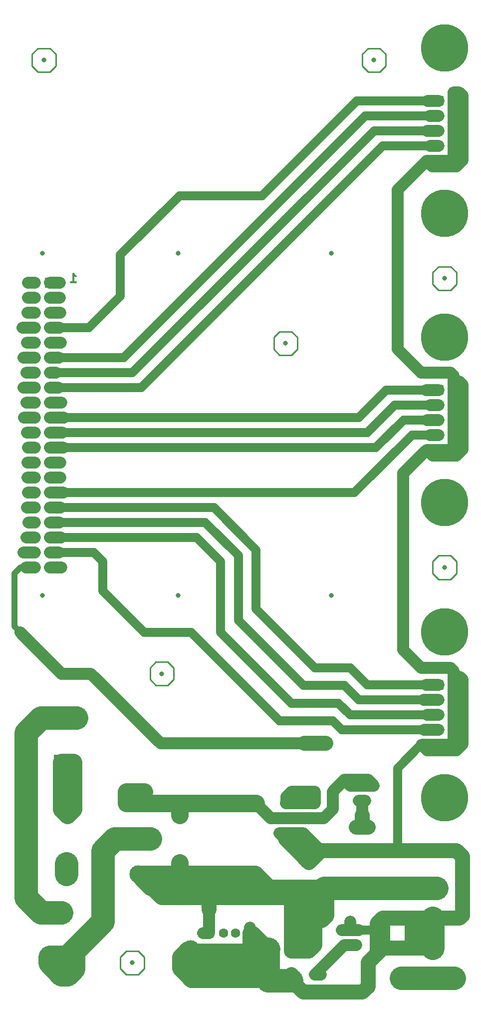
<source format=gbr>
%TF.GenerationSoftware,KiCad,Pcbnew,5.1.9*%
%TF.CreationDate,2021-06-26T11:30:09+02:00*%
%TF.ProjectId,splitter,73706c69-7474-4657-922e-6b696361645f,rev?*%
%TF.SameCoordinates,Original*%
%TF.FileFunction,Copper,L2,Bot*%
%TF.FilePolarity,Positive*%
%FSLAX46Y46*%
G04 Gerber Fmt 4.6, Leading zero omitted, Abs format (unit mm)*
G04 Created by KiCad (PCBNEW 5.1.9) date 2021-06-26 11:30:09*
%MOMM*%
%LPD*%
G01*
G04 APERTURE LIST*
%TA.AperFunction,NonConductor*%
%ADD10C,0.300000*%
%TD*%
%TA.AperFunction,ComponentPad*%
%ADD11C,8.000000*%
%TD*%
%TA.AperFunction,ComponentPad*%
%ADD12C,1.700000*%
%TD*%
%TA.AperFunction,ComponentPad*%
%ADD13C,2.900000*%
%TD*%
%TA.AperFunction,ComponentPad*%
%ADD14O,1.700000X1.700000*%
%TD*%
%TA.AperFunction,ComponentPad*%
%ADD15R,1.700000X1.700000*%
%TD*%
%TA.AperFunction,ComponentPad*%
%ADD16C,2.500000*%
%TD*%
%TA.AperFunction,ComponentPad*%
%ADD17R,2.500000X2.500000*%
%TD*%
%TA.AperFunction,ComponentPad*%
%ADD18C,3.000000*%
%TD*%
%TA.AperFunction,ComponentPad*%
%ADD19C,1.800000*%
%TD*%
%TA.AperFunction,ComponentPad*%
%ADD20R,1.800000X1.800000*%
%TD*%
%TA.AperFunction,ComponentPad*%
%ADD21O,1.600000X1.600000*%
%TD*%
%TA.AperFunction,ComponentPad*%
%ADD22C,1.600000*%
%TD*%
%TA.AperFunction,ComponentPad*%
%ADD23C,2.000000*%
%TD*%
%TA.AperFunction,ComponentPad*%
%ADD24R,2.000000X2.000000*%
%TD*%
%TA.AperFunction,ComponentPad*%
%ADD25O,1.800000X1.800000*%
%TD*%
%TA.AperFunction,ComponentPad*%
%ADD26R,1.600000X1.600000*%
%TD*%
%TA.AperFunction,ViaPad*%
%ADD27C,0.800000*%
%TD*%
%TA.AperFunction,Conductor*%
%ADD28C,0.250000*%
%TD*%
%TA.AperFunction,Conductor*%
%ADD29C,2.000000*%
%TD*%
%TA.AperFunction,Conductor*%
%ADD30C,1.500000*%
%TD*%
%TA.AperFunction,Conductor*%
%ADD31C,2.500000*%
%TD*%
%TA.AperFunction,Conductor*%
%ADD32C,4.000000*%
%TD*%
%TA.AperFunction,Conductor*%
%ADD33C,3.000000*%
%TD*%
%TA.AperFunction,Conductor*%
%ADD34C,1.000000*%
%TD*%
G04 APERTURE END LIST*
D10*
X59571428Y-69678571D02*
X60428571Y-69678571D01*
X60000000Y-69678571D02*
X60000000Y-68178571D01*
X60142857Y-68392857D01*
X60285714Y-68535714D01*
X60428571Y-68607142D01*
D11*
%TO.P,J3,MP*%
%TO.N,N/C*%
X123000000Y-157000000D03*
X123000000Y-128960000D03*
D12*
%TO.P,J3,10*%
%TO.N,Earth*%
X124520000Y-148060000D03*
%TO.P,J3,8*%
X124520000Y-145520000D03*
%TO.P,J3,6*%
X124520000Y-142980000D03*
%TO.P,J3,4*%
X124520000Y-140440000D03*
%TO.P,J3,2*%
X124520000Y-137900000D03*
%TO.P,J3,9*%
X121980000Y-148060000D03*
%TO.P,J3,7*%
%TO.N,/seg:3_bit:d_gpio:26*%
X121980000Y-145520000D03*
%TO.P,J3,5*%
%TO.N,/seg:3_bit:c_gpio:19*%
X121980000Y-142980000D03*
%TO.P,J3,3*%
%TO.N,/seg:3_bit:b_gpio:13*%
X121980000Y-140440000D03*
%TO.P,J3,1*%
%TO.N,/seg:3_bit:a_gpio:06*%
%TA.AperFunction,ComponentPad*%
G36*
G01*
X121130000Y-138500000D02*
X121130000Y-137300000D01*
G75*
G02*
X121380000Y-137050000I250000J0D01*
G01*
X122580000Y-137050000D01*
G75*
G02*
X122830000Y-137300000I0J-250000D01*
G01*
X122830000Y-138500000D01*
G75*
G02*
X122580000Y-138750000I-250000J0D01*
G01*
X121380000Y-138750000D01*
G75*
G02*
X121130000Y-138500000I0J250000D01*
G01*
G37*
%TD.AperFunction*%
%TD*%
%TO.P,J2,1*%
%TO.N,/seg:2_bit:a_gpio:10*%
%TA.AperFunction,ComponentPad*%
G36*
G01*
X121130000Y-88500000D02*
X121130000Y-87300000D01*
G75*
G02*
X121380000Y-87050000I250000J0D01*
G01*
X122580000Y-87050000D01*
G75*
G02*
X122830000Y-87300000I0J-250000D01*
G01*
X122830000Y-88500000D01*
G75*
G02*
X122580000Y-88750000I-250000J0D01*
G01*
X121380000Y-88750000D01*
G75*
G02*
X121130000Y-88500000I0J250000D01*
G01*
G37*
%TD.AperFunction*%
%TO.P,J2,3*%
%TO.N,/seg:2_bit:b_gpio:09*%
X121980000Y-90440000D03*
%TO.P,J2,5*%
%TO.N,/seg:2_bit:c_gpio:11*%
X121980000Y-92980000D03*
%TO.P,J2,7*%
%TO.N,/seg:2_bit:d_gpio:05*%
X121980000Y-95520000D03*
%TO.P,J2,9*%
%TO.N,Earth*%
X121980000Y-98060000D03*
%TO.P,J2,2*%
X124520000Y-87900000D03*
%TO.P,J2,4*%
X124520000Y-90440000D03*
%TO.P,J2,6*%
X124520000Y-92980000D03*
%TO.P,J2,8*%
X124520000Y-95520000D03*
%TO.P,J2,10*%
X124520000Y-98060000D03*
D11*
%TO.P,J2,MP*%
%TO.N,N/C*%
X123000000Y-78960000D03*
X123000000Y-107000000D03*
%TD*%
%TO.P,J1,MP*%
%TO.N,N/C*%
X123000000Y-58000000D03*
X123000000Y-29960000D03*
D12*
%TO.P,J1,10*%
%TO.N,Earth*%
X124520000Y-49060000D03*
%TO.P,J1,8*%
X124520000Y-46520000D03*
%TO.P,J1,6*%
X124520000Y-43980000D03*
%TO.P,J1,4*%
X124520000Y-41440000D03*
%TO.P,J1,2*%
X124520000Y-38900000D03*
%TO.P,J1,9*%
X121980000Y-49060000D03*
%TO.P,J1,7*%
%TO.N,/seg:1_bit:d_gpio:22*%
X121980000Y-46520000D03*
%TO.P,J1,5*%
%TO.N,/seg:1_bit:c_gpio:27*%
X121980000Y-43980000D03*
%TO.P,J1,3*%
%TO.N,/seg:1_bit:b_gpio:17*%
X121980000Y-41440000D03*
%TO.P,J1,1*%
%TO.N,/seg:1_bit:a_gpio:04*%
%TA.AperFunction,ComponentPad*%
G36*
G01*
X121130000Y-39500000D02*
X121130000Y-38300000D01*
G75*
G02*
X121380000Y-38050000I250000J0D01*
G01*
X122580000Y-38050000D01*
G75*
G02*
X122830000Y-38300000I0J-250000D01*
G01*
X122830000Y-39500000D01*
G75*
G02*
X122580000Y-39750000I-250000J0D01*
G01*
X121380000Y-39750000D01*
G75*
G02*
X121130000Y-39500000I0J250000D01*
G01*
G37*
%TD.AperFunction*%
%TD*%
D13*
%TO.P,J4,4*%
%TO.N,/5V+*%
X121000000Y-172380000D03*
%TO.P,J4,3*%
%TO.N,Earth*%
X121000000Y-177460000D03*
%TO.P,J4,2*%
X121000000Y-182540000D03*
%TO.P,J4,1*%
%TO.N,/12V+*%
X121000000Y-187620000D03*
%TD*%
D14*
%TO.P,J0,40*%
%TO.N,/SIREN_gpio:21*%
X53460000Y-118000000D03*
%TO.P,J0,39*%
%TO.N,Net-(J0-Pad39)*%
X56000000Y-118000000D03*
%TO.P,J0,38*%
%TO.N,Net-(J0-Pad38)*%
X53460000Y-115460000D03*
%TO.P,J0,37*%
%TO.N,/seg:3_bit:d_gpio:26*%
X56000000Y-115460000D03*
%TO.P,J0,36*%
%TO.N,Net-(J0-Pad36)*%
X53460000Y-112920000D03*
%TO.P,J0,35*%
%TO.N,/seg:3_bit:c_gpio:19*%
X56000000Y-112920000D03*
%TO.P,J0,34*%
%TO.N,Net-(J0-Pad34)*%
X53460000Y-110380000D03*
%TO.P,J0,33*%
%TO.N,/seg:3_bit:b_gpio:13*%
X56000000Y-110380000D03*
%TO.P,J0,32*%
%TO.N,Net-(J0-Pad32)*%
X53460000Y-107840000D03*
%TO.P,J0,31*%
%TO.N,/seg:3_bit:a_gpio:06*%
X56000000Y-107840000D03*
%TO.P,J0,30*%
%TO.N,Net-(J0-Pad30)*%
X53460000Y-105300000D03*
%TO.P,J0,29*%
%TO.N,/seg:2_bit:d_gpio:05*%
X56000000Y-105300000D03*
%TO.P,J0,28*%
%TO.N,Net-(J0-Pad28)*%
X53460000Y-102760000D03*
%TO.P,J0,27*%
%TO.N,Net-(J0-Pad27)*%
X56000000Y-102760000D03*
%TO.P,J0,26*%
%TO.N,Net-(J0-Pad26)*%
X53460000Y-100220000D03*
%TO.P,J0,25*%
%TO.N,Net-(J0-Pad25)*%
X56000000Y-100220000D03*
%TO.P,J0,24*%
%TO.N,Net-(J0-Pad24)*%
X53460000Y-97680000D03*
%TO.P,J0,23*%
%TO.N,/seg:2_bit:c_gpio:11*%
X56000000Y-97680000D03*
%TO.P,J0,22*%
%TO.N,Net-(J0-Pad22)*%
X53460000Y-95140000D03*
%TO.P,J0,21*%
%TO.N,/seg:2_bit:b_gpio:09*%
X56000000Y-95140000D03*
%TO.P,J0,20*%
%TO.N,Net-(J0-Pad20)*%
X53460000Y-92600000D03*
%TO.P,J0,19*%
%TO.N,/seg:2_bit:a_gpio:10*%
X56000000Y-92600000D03*
%TO.P,J0,18*%
%TO.N,Net-(J0-Pad18)*%
X53460000Y-90060000D03*
%TO.P,J0,17*%
%TO.N,Net-(J0-Pad17)*%
X56000000Y-90060000D03*
%TO.P,J0,16*%
%TO.N,Net-(J0-Pad16)*%
X53460000Y-87520000D03*
%TO.P,J0,15*%
%TO.N,/seg:1_bit:d_gpio:22*%
X56000000Y-87520000D03*
%TO.P,J0,14*%
%TO.N,Net-(J0-Pad14)*%
X53460000Y-84980000D03*
%TO.P,J0,13*%
%TO.N,/seg:1_bit:c_gpio:27*%
X56000000Y-84980000D03*
%TO.P,J0,12*%
%TO.N,Net-(J0-Pad12)*%
X53460000Y-82440000D03*
%TO.P,J0,11*%
%TO.N,/seg:1_bit:b_gpio:17*%
X56000000Y-82440000D03*
%TO.P,J0,10*%
%TO.N,Net-(J0-Pad10)*%
X53460000Y-79900000D03*
%TO.P,J0,9*%
%TO.N,Net-(J0-Pad9)*%
X56000000Y-79900000D03*
%TO.P,J0,8*%
%TO.N,Net-(J0-Pad8)*%
X53460000Y-77360000D03*
%TO.P,J0,7*%
%TO.N,/seg:1_bit:a_gpio:04*%
X56000000Y-77360000D03*
%TO.P,J0,6*%
%TO.N,Net-(J0-Pad6)*%
X53460000Y-74820000D03*
%TO.P,J0,5*%
%TO.N,Net-(J0-Pad5)*%
X56000000Y-74820000D03*
%TO.P,J0,4*%
%TO.N,Net-(J0-Pad4)*%
X53460000Y-72280000D03*
%TO.P,J0,3*%
%TO.N,Net-(J0-Pad3)*%
X56000000Y-72280000D03*
%TO.P,J0,2*%
%TO.N,Net-(J0-Pad2)*%
X53460000Y-69740000D03*
D15*
%TO.P,J0,1*%
%TO.N,Net-(J0-Pad1)*%
X56000000Y-69740000D03*
%TD*%
D16*
%TO.P,J7,2*%
%TO.N,/230V-N*%
X58000000Y-176500000D03*
D17*
%TO.P,J7,1*%
%TO.N,Net-(J7-Pad1)*%
X58000000Y-184000000D03*
%TD*%
D16*
%TO.P,J6,2*%
%TO.N,/230V-N*%
X58000000Y-143500000D03*
D17*
%TO.P,J6,1*%
%TO.N,/230V-L*%
X58000000Y-151000000D03*
%TD*%
D18*
%TO.P,K0,A2*%
%TO.N,Net-(D1-Pad2)*%
X71000000Y-158000000D03*
%TO.P,K0,14*%
%TO.N,/230V-L*%
X58800000Y-158000000D03*
%TO.P,K0,12*%
%TO.N,Net-(K0-Pad12)*%
X58800000Y-170000000D03*
%TO.P,K0,A1*%
%TO.N,/5V+*%
X71000000Y-170000000D03*
%TO.P,K0,11*%
%TO.N,Net-(J7-Pad1)*%
X73000000Y-164000000D03*
%TD*%
D19*
%TO.P,D2,2*%
%TO.N,Net-(D2-Pad2)*%
X109000000Y-157540000D03*
D20*
%TO.P,D2,1*%
%TO.N,Net-(D1-Pad2)*%
X109000000Y-155000000D03*
%TD*%
D21*
%TO.P,R1,2*%
%TO.N,/5V+*%
X109000000Y-172160000D03*
D22*
%TO.P,R1,1*%
%TO.N,Net-(D2-Pad2)*%
X109000000Y-162000000D03*
%TD*%
D23*
%TO.P,C3,2*%
%TO.N,Earth*%
X100000000Y-168000000D03*
D24*
%TO.P,C3,1*%
%TO.N,/5V+*%
X100000000Y-173000000D03*
%TD*%
D22*
%TO.P,C0,2*%
%TO.N,Earth*%
X97000000Y-188000000D03*
%TO.P,C0,1*%
%TO.N,/5V+*%
X97000000Y-183000000D03*
%TD*%
D20*
%TO.P,D0,1*%
%TO.N,Earth*%
X107000000Y-179460000D03*
D19*
%TO.P,D0,2*%
%TO.N,Net-(D0-Pad2)*%
X107000000Y-182000000D03*
%TD*%
D20*
%TO.P,D1,1*%
%TO.N,/5V+*%
X78000000Y-169000000D03*
D25*
%TO.P,D1,2*%
%TO.N,Net-(D1-Pad2)*%
X78000000Y-158840000D03*
%TD*%
D18*
%TO.P,J5,5*%
%TO.N,Earth*%
X93070000Y-182710000D03*
X79930000Y-182710000D03*
D26*
%TO.P,J5,1*%
%TO.N,/5V+*%
X83000000Y-180000000D03*
D22*
%TO.P,J5,2*%
%TO.N,Net-(J5-Pad2)*%
X85500000Y-180000000D03*
%TO.P,J5,3*%
%TO.N,Net-(J5-Pad3)*%
X87500000Y-180000000D03*
%TO.P,J5,4*%
%TO.N,Earth*%
X90000000Y-180000000D03*
%TD*%
D20*
%TO.P,Q1,1*%
%TO.N,Earth*%
X97000000Y-163000000D03*
D25*
%TO.P,Q1,2*%
%TO.N,Net-(D1-Pad2)*%
X97000000Y-160460000D03*
%TO.P,Q1,3*%
%TO.N,Net-(Q1-Pad3)*%
X97000000Y-157920000D03*
%TD*%
D22*
%TO.P,R0,1*%
%TO.N,Net-(D0-Pad2)*%
X101000000Y-187000000D03*
D21*
%TO.P,R0,2*%
%TO.N,/5V+*%
X101000000Y-176840000D03*
%TD*%
D22*
%TO.P,R2,1*%
%TO.N,Net-(Q1-Pad3)*%
X101000000Y-158000000D03*
D21*
%TO.P,R2,2*%
%TO.N,/SIREN_gpio:21*%
X101000000Y-147840000D03*
%TD*%
D27*
%TO.N,*%
X55000000Y-32000000D03*
X111000000Y-32000000D03*
X54750000Y-64750000D03*
X77750000Y-64750000D03*
X103750000Y-64750000D03*
X103750000Y-122750000D03*
X77750000Y-122750000D03*
X54750000Y-122750000D03*
X75000000Y-136000000D03*
X70000000Y-185000000D03*
X123000000Y-118000000D03*
X96000000Y-80000000D03*
X123000000Y-69000000D03*
%TD*%
D28*
%TO.N,*%
X53000000Y-32000000D02*
X53000000Y-33000000D01*
X53000000Y-33000000D02*
X54000000Y-34000000D01*
X54000000Y-34000000D02*
X55000000Y-34000000D01*
X55000000Y-34000000D02*
X56000000Y-34000000D01*
X56000000Y-34000000D02*
X57000000Y-33000000D01*
X57000000Y-33000000D02*
X57000000Y-32000000D01*
X57000000Y-32000000D02*
X57000000Y-31000000D01*
X57000000Y-31000000D02*
X56000000Y-30000000D01*
X56000000Y-30000000D02*
X55000000Y-30000000D01*
X53000000Y-32000000D02*
X53000000Y-31000000D01*
X53000000Y-31000000D02*
X54000000Y-30000000D01*
X54000000Y-30000000D02*
X55000000Y-30000000D01*
X110000000Y-30000000D02*
X112000000Y-30000000D01*
X112000000Y-30000000D02*
X113000000Y-31000000D01*
X113000000Y-31000000D02*
X113000000Y-33000000D01*
X113000000Y-33000000D02*
X112000000Y-34000000D01*
X112000000Y-34000000D02*
X110000000Y-34000000D01*
X110000000Y-34000000D02*
X109000000Y-33000000D01*
X109000000Y-33000000D02*
X109000000Y-31000000D01*
X109000000Y-31000000D02*
X110000000Y-30000000D01*
X75000000Y-134000000D02*
X74000000Y-134000000D01*
X74000000Y-134000000D02*
X73000000Y-135000000D01*
X73000000Y-135000000D02*
X73000000Y-137000000D01*
X73000000Y-137000000D02*
X74000000Y-138000000D01*
X74000000Y-138000000D02*
X76000000Y-138000000D01*
X76000000Y-138000000D02*
X77000000Y-137000000D01*
X77000000Y-137000000D02*
X77000000Y-135000000D01*
X77000000Y-135000000D02*
X76000000Y-134000000D01*
X76000000Y-134000000D02*
X75000000Y-134000000D01*
X69000000Y-183000000D02*
X71000000Y-183000000D01*
X71000000Y-183000000D02*
X72000000Y-184000000D01*
X72000000Y-184000000D02*
X72000000Y-186000000D01*
X72000000Y-186000000D02*
X71000000Y-187000000D01*
X71000000Y-187000000D02*
X69000000Y-187000000D01*
X69000000Y-187000000D02*
X68000000Y-186000000D01*
X68000000Y-186000000D02*
X68000000Y-184000000D01*
X68000000Y-184000000D02*
X69000000Y-183000000D01*
X124000000Y-120000000D02*
X125000000Y-119000000D01*
X121000000Y-119000000D02*
X122000000Y-120000000D01*
X122000000Y-120000000D02*
X124000000Y-120000000D01*
X125000000Y-119000000D02*
X125000000Y-117000000D01*
X125000000Y-117000000D02*
X124000000Y-116000000D01*
X124000000Y-116000000D02*
X122000000Y-116000000D01*
X122000000Y-116000000D02*
X121000000Y-117000000D01*
X121000000Y-117000000D02*
X121000000Y-119000000D01*
X94000000Y-80000000D02*
X94000000Y-81000000D01*
X97000000Y-82000000D02*
X98000000Y-81000000D01*
X98000000Y-81000000D02*
X98000000Y-80000000D01*
X98000000Y-80000000D02*
X98000000Y-79000000D01*
X95000000Y-78000000D02*
X96000000Y-78000000D01*
X96000000Y-82000000D02*
X97000000Y-82000000D01*
X98000000Y-79000000D02*
X97000000Y-78000000D01*
X97000000Y-78000000D02*
X96000000Y-78000000D01*
X94000000Y-80000000D02*
X94000000Y-79000000D01*
X94000000Y-79000000D02*
X95000000Y-78000000D01*
X95000000Y-82000000D02*
X96000000Y-82000000D01*
X94000000Y-81000000D02*
X95000000Y-82000000D01*
X124000000Y-71000000D02*
X125000000Y-70000000D01*
X121000000Y-70000000D02*
X122000000Y-71000000D01*
X122000000Y-71000000D02*
X124000000Y-71000000D01*
X125000000Y-70000000D02*
X125000000Y-68000000D01*
X125000000Y-68000000D02*
X124000000Y-67000000D01*
X124000000Y-67000000D02*
X122000000Y-67000000D01*
X122000000Y-67000000D02*
X121000000Y-68000000D01*
X121000000Y-68000000D02*
X121000000Y-70000000D01*
D29*
%TO.N,Earth*%
X97000000Y-163000000D02*
X98000000Y-163000000D01*
D30*
X97000000Y-163000000D02*
X97000000Y-164000000D01*
X97000000Y-164000000D02*
X98000000Y-165000000D01*
X98000000Y-165000000D02*
X98000000Y-163000000D01*
X98000000Y-165000000D02*
X100000000Y-165000000D01*
X98000000Y-163000000D02*
X100000000Y-165000000D01*
D31*
X100000000Y-168000000D02*
X101000000Y-167000000D01*
X100000000Y-167000000D02*
X99000000Y-167000000D01*
X99000000Y-167000000D02*
X98000000Y-166000000D01*
X100000000Y-168000000D02*
X99000000Y-167000000D01*
X100000000Y-167000000D02*
X100000000Y-168000000D01*
X98000000Y-166000000D02*
X100000000Y-168000000D01*
X101000000Y-167000000D02*
X102000000Y-166000000D01*
X102000000Y-166000000D02*
X112000000Y-166000000D01*
X101000000Y-166000000D02*
X100000000Y-165000000D01*
X103000000Y-166000000D02*
X101000000Y-166000000D01*
X112000000Y-166000000D02*
X103000000Y-166000000D01*
X100000000Y-168000000D02*
X96000000Y-164000000D01*
X97000000Y-188000000D02*
X97000000Y-187000000D01*
D32*
X97000000Y-188000000D02*
X93000000Y-188000000D01*
X93000000Y-182780000D02*
X93070000Y-182710000D01*
D31*
X90360000Y-180000000D02*
X93070000Y-182710000D01*
X90000000Y-180000000D02*
X90360000Y-180000000D01*
X90000000Y-180000000D02*
X90000000Y-183000000D01*
X92780000Y-183000000D02*
X93000000Y-182780000D01*
X90000000Y-183000000D02*
X92780000Y-183000000D01*
X90000000Y-183000000D02*
X80220000Y-183000000D01*
X80000000Y-184000000D02*
X93000000Y-184000000D01*
D32*
X93000000Y-184000000D02*
X93000000Y-182780000D01*
D31*
X79930000Y-182710000D02*
X79930000Y-185930000D01*
X80860000Y-185000000D02*
X93000000Y-185000000D01*
X79930000Y-185930000D02*
X80860000Y-185000000D01*
D32*
X93000000Y-185000000D02*
X93000000Y-184000000D01*
X93000000Y-188000000D02*
X93000000Y-185000000D01*
D31*
X82000000Y-188000000D02*
X79930000Y-185930000D01*
X79930000Y-185930000D02*
X90930000Y-185930000D01*
X112141523Y-182540000D02*
X112460000Y-182540000D01*
X119540000Y-182460000D02*
X119460000Y-182540000D01*
X119540000Y-177460000D02*
X119540000Y-182460000D01*
X121000000Y-182540000D02*
X119460000Y-182540000D01*
X119540000Y-177460000D02*
X121000000Y-177460000D01*
X117460000Y-182460000D02*
X117540000Y-182540000D01*
X117460000Y-177460000D02*
X117460000Y-182460000D01*
X117540000Y-182540000D02*
X112141523Y-182540000D01*
X119460000Y-182540000D02*
X117540000Y-182540000D01*
X112460000Y-177460000D02*
X117460000Y-177460000D01*
X117460000Y-177460000D02*
X119540000Y-177460000D01*
X126000000Y-167000000D02*
X125000000Y-166000000D01*
X126000000Y-177000000D02*
X126000000Y-167000000D01*
X125540000Y-177460000D02*
X126000000Y-177000000D01*
X121000000Y-177460000D02*
X125540000Y-177460000D01*
D30*
X111540000Y-179460000D02*
X112460000Y-178540000D01*
D31*
X112460000Y-178540000D02*
X112460000Y-177460000D01*
X112460000Y-182540000D02*
X112460000Y-178540000D01*
D30*
X108460000Y-179460000D02*
X111540000Y-179460000D01*
D29*
X106460000Y-179460000D02*
X107000000Y-179460000D01*
X105540000Y-179460000D02*
X108460000Y-179460000D01*
X107000000Y-179460000D02*
X105540000Y-179460000D01*
X107000000Y-179460000D02*
X107000000Y-178000000D01*
D32*
X121000000Y-177460000D02*
X121000000Y-182540000D01*
D31*
X110000000Y-185000000D02*
X110000000Y-189000000D01*
X110000000Y-189000000D02*
X109000000Y-190000000D01*
X99000000Y-190000000D02*
X97000000Y-188000000D01*
X109000000Y-190000000D02*
X99000000Y-190000000D01*
X111540000Y-183460000D02*
X111500000Y-183500000D01*
X111540000Y-179460000D02*
X111540000Y-183460000D01*
X111500000Y-183500000D02*
X110000000Y-185000000D01*
X112460000Y-182540000D02*
X111500000Y-183500000D01*
X111540000Y-178380000D02*
X112460000Y-177460000D01*
X111540000Y-179460000D02*
X111540000Y-178380000D01*
X79930000Y-182710000D02*
X79290000Y-182710000D01*
X79290000Y-182710000D02*
X78000000Y-184000000D01*
X78000000Y-184000000D02*
X78000000Y-186000000D01*
X80000000Y-188000000D02*
X87000000Y-188000000D01*
X78000000Y-186000000D02*
X80000000Y-188000000D01*
X87000000Y-188000000D02*
X82000000Y-188000000D01*
X93000000Y-188000000D02*
X87000000Y-188000000D01*
X116000000Y-166000000D02*
X112000000Y-166000000D01*
X125000000Y-166000000D02*
X116000000Y-166000000D01*
D29*
X90000000Y-180000000D02*
X90000000Y-179000000D01*
X97000000Y-163000000D02*
X95000000Y-163000000D01*
X95000000Y-163000000D02*
X96000000Y-164000000D01*
X99000000Y-163000000D02*
X102000000Y-166000000D01*
X98000000Y-163000000D02*
X99000000Y-163000000D01*
D30*
X115000000Y-165000000D02*
X115000000Y-152000000D01*
X116000000Y-166000000D02*
X115000000Y-165000000D01*
D29*
X124520000Y-148060000D02*
X124520000Y-135520000D01*
D30*
X124520000Y-148060000D02*
X124520000Y-137900000D01*
D29*
X121980000Y-148060000D02*
X124520000Y-148060000D01*
X121980000Y-148060000D02*
X119060000Y-148060000D01*
D30*
X118940000Y-148060000D02*
X119060000Y-148060000D01*
X115000000Y-152000000D02*
X118940000Y-148060000D01*
D29*
X121980000Y-98060000D02*
X124520000Y-98060000D01*
X124520000Y-98060000D02*
X124520000Y-87900000D01*
X124000000Y-135000000D02*
X124520000Y-135520000D01*
X119000000Y-135000000D02*
X124000000Y-135000000D01*
X119000000Y-135000000D02*
X116000000Y-132000000D01*
X121980000Y-49060000D02*
X124520000Y-49060000D01*
X124520000Y-49060000D02*
X124520000Y-38900000D01*
X124520000Y-38900000D02*
X124520000Y-37480000D01*
X119940000Y-49060000D02*
X121980000Y-49060000D01*
X124520000Y-37480000D02*
X125480000Y-37480000D01*
X125480000Y-37480000D02*
X126000000Y-38000000D01*
X126000000Y-38000000D02*
X126000000Y-49000000D01*
X126000000Y-49000000D02*
X125000000Y-50000000D01*
X120880000Y-50000000D02*
X119940000Y-49060000D01*
X125000000Y-50000000D02*
X120880000Y-50000000D01*
X124520000Y-86520000D02*
X125520000Y-86520000D01*
X124520000Y-87900000D02*
X124520000Y-86520000D01*
X125520000Y-86520000D02*
X126000000Y-87000000D01*
X126000000Y-87000000D02*
X126000000Y-98000000D01*
X126000000Y-98000000D02*
X125000000Y-99000000D01*
X121000000Y-99000000D02*
X120060000Y-98060000D01*
X125000000Y-99000000D02*
X121000000Y-99000000D01*
X120060000Y-98060000D02*
X121980000Y-98060000D01*
X119940000Y-98060000D02*
X120060000Y-98060000D01*
X124520000Y-136520000D02*
X125520000Y-136520000D01*
D30*
X124520000Y-137900000D02*
X124520000Y-136520000D01*
X124520000Y-136520000D02*
X124520000Y-135520000D01*
D29*
X125520000Y-136520000D02*
X126000000Y-137000000D01*
X126000000Y-137000000D02*
X126000000Y-148000000D01*
X126000000Y-148000000D02*
X125000000Y-149000000D01*
X120000000Y-149000000D02*
X119060000Y-148060000D01*
X125000000Y-149000000D02*
X120000000Y-149000000D01*
X115000000Y-54000000D02*
X119940000Y-49060000D01*
X115000000Y-81000000D02*
X115000000Y-54000000D01*
X124000000Y-85000000D02*
X119000000Y-85000000D01*
X119000000Y-85000000D02*
X115000000Y-81000000D01*
X124520000Y-85520000D02*
X124000000Y-85000000D01*
X124520000Y-86520000D02*
X124520000Y-85520000D01*
X116000000Y-102000000D02*
X119940000Y-98060000D01*
X116000000Y-132000000D02*
X116000000Y-102000000D01*
%TO.N,Net-(D0-Pad2)*%
X101000000Y-187000000D02*
X102000000Y-187000000D01*
X102500000Y-185500000D02*
X101000000Y-187000000D01*
X106000000Y-182000000D02*
X102500000Y-185500000D01*
X107000000Y-182000000D02*
X106000000Y-182000000D01*
X107000000Y-182000000D02*
X108000000Y-182000000D01*
D32*
%TO.N,/12V+*%
X121000000Y-187620000D02*
X122380000Y-187620000D01*
X121000000Y-187620000D02*
X118620000Y-187620000D01*
X121000000Y-187620000D02*
X124620000Y-187620000D01*
X121000000Y-187620000D02*
X115620000Y-187620000D01*
D29*
%TO.N,Net-(D1-Pad2)*%
X91000000Y-158000000D02*
X84000000Y-158000000D01*
X109000000Y-155000000D02*
X111000000Y-155000000D01*
X111000000Y-155000000D02*
X110000000Y-154000000D01*
X110000000Y-154000000D02*
X107000000Y-154000000D01*
X107000000Y-155000000D02*
X109000000Y-155000000D01*
X104000000Y-156000000D02*
X106000000Y-154000000D01*
X106000000Y-154000000D02*
X107000000Y-155000000D01*
X104000000Y-159000000D02*
X104000000Y-156000000D01*
X102540000Y-160460000D02*
X104000000Y-159000000D01*
X97000000Y-160460000D02*
X102540000Y-160460000D01*
X106000000Y-154000000D02*
X110000000Y-154000000D01*
D33*
X71000000Y-158000000D02*
X69000000Y-158000000D01*
X69000000Y-158000000D02*
X69000000Y-156000000D01*
X69000000Y-156000000D02*
X72000000Y-156000000D01*
X78000000Y-158000000D02*
X76000000Y-158000000D01*
X71000000Y-158000000D02*
X78000000Y-158000000D01*
X78000000Y-158000000D02*
X91000000Y-158000000D01*
X78000000Y-158840000D02*
X78000000Y-158000000D01*
X78000000Y-158840000D02*
X78000000Y-160000000D01*
D29*
X93460000Y-160460000D02*
X91000000Y-158000000D01*
X97000000Y-160460000D02*
X93460000Y-160460000D01*
%TO.N,Net-(D2-Pad2)*%
X109000000Y-159000000D02*
X109000000Y-157540000D01*
D31*
X109000000Y-162000000D02*
X109000000Y-160000000D01*
D29*
X109000000Y-159000000D02*
X109000000Y-160000000D01*
D31*
X109000000Y-162000000D02*
X110000000Y-162000000D01*
X110000000Y-162000000D02*
X108000000Y-162000000D01*
D29*
X109000000Y-157540000D02*
X109540000Y-157540000D01*
X109000000Y-157540000D02*
X108460000Y-157540000D01*
%TO.N,Net-(J0-Pad1)*%
X56000000Y-69740000D02*
X57740000Y-69740000D01*
%TO.N,Net-(J0-Pad2)*%
X53460000Y-69740000D02*
X52260000Y-69740000D01*
%TO.N,Net-(J0-Pad3)*%
X56000000Y-72280000D02*
X57720000Y-72280000D01*
%TO.N,Net-(J0-Pad4)*%
X53460000Y-72280000D02*
X52280000Y-72280000D01*
%TO.N,Net-(J0-Pad5)*%
X56000000Y-74820000D02*
X57820000Y-74820000D01*
%TO.N,Net-(J0-Pad6)*%
X53460000Y-74820000D02*
X52180000Y-74820000D01*
D30*
%TO.N,/seg:1_bit:a_gpio:04*%
X56000000Y-77360000D02*
X57202081Y-77360000D01*
D29*
X56000000Y-77360000D02*
X57640000Y-77360000D01*
D30*
X57640000Y-77360000D02*
X58037730Y-77360000D01*
X78000000Y-55000000D02*
X92000000Y-55000000D01*
X92000000Y-55000000D02*
X108100000Y-38900000D01*
X68000000Y-72000000D02*
X68000000Y-65000000D01*
X68000000Y-65000000D02*
X78000000Y-55000000D01*
X62640000Y-77360000D02*
X68000000Y-72000000D01*
X57640000Y-77360000D02*
X62640000Y-77360000D01*
D29*
X121980000Y-38900000D02*
X120100000Y-38900000D01*
D30*
X108100000Y-38900000D02*
X120100000Y-38900000D01*
D29*
%TO.N,Net-(J0-Pad8)*%
X53460000Y-77360000D02*
X51360000Y-77360000D01*
%TO.N,Net-(J0-Pad9)*%
X56000000Y-79900000D02*
X56900000Y-79900000D01*
X56000000Y-79900000D02*
X57900000Y-79900000D01*
%TO.N,Net-(J0-Pad10)*%
X53460000Y-79900000D02*
X52100000Y-79900000D01*
%TO.N,/seg:1_bit:b_gpio:17*%
X56000000Y-82440000D02*
X57560000Y-82440000D01*
D30*
X57560000Y-82440000D02*
X68560000Y-82440000D01*
X68560000Y-82440000D02*
X109560000Y-41440000D01*
D29*
X121980000Y-41440000D02*
X120440000Y-41440000D01*
D30*
X109560000Y-41440000D02*
X120440000Y-41440000D01*
D29*
%TO.N,Net-(J0-Pad12)*%
X53460000Y-82440000D02*
X51560000Y-82440000D01*
%TO.N,/seg:1_bit:c_gpio:27*%
X56000000Y-84980000D02*
X57020000Y-84980000D01*
D30*
X57020000Y-84980000D02*
X70020000Y-84980000D01*
X70020000Y-84980000D02*
X111020000Y-43980000D01*
D29*
X121980000Y-43980000D02*
X120020000Y-43980000D01*
D30*
X111020000Y-43980000D02*
X120020000Y-43980000D01*
D29*
%TO.N,Net-(J0-Pad14)*%
X53460000Y-84980000D02*
X52020000Y-84980000D01*
%TO.N,/seg:1_bit:d_gpio:22*%
X56000000Y-87520000D02*
X57480000Y-87520000D01*
D30*
X57480000Y-87520000D02*
X71480000Y-87520000D01*
X71480000Y-87520000D02*
X112480000Y-46520000D01*
D29*
X121980000Y-46520000D02*
X120520000Y-46520000D01*
D30*
X112480000Y-46520000D02*
X120520000Y-46520000D01*
D29*
%TO.N,Net-(J0-Pad16)*%
X53460000Y-87520000D02*
X51520000Y-87520000D01*
%TO.N,Net-(J0-Pad17)*%
X56000000Y-90060000D02*
X56940000Y-90060000D01*
X56000000Y-90060000D02*
X57940000Y-90060000D01*
%TO.N,Net-(J0-Pad18)*%
X53460000Y-90060000D02*
X52060000Y-90060000D01*
%TO.N,/seg:2_bit:a_gpio:10*%
X56000000Y-92600000D02*
X58400000Y-92600000D01*
X121980000Y-87900000D02*
X119900000Y-87900000D01*
D30*
X113100000Y-87900000D02*
X119900000Y-87900000D01*
X108400000Y-92600000D02*
X113100000Y-87900000D01*
X58400000Y-92600000D02*
X108400000Y-92600000D01*
D29*
%TO.N,Net-(J0-Pad20)*%
X53460000Y-92600000D02*
X51600000Y-92600000D01*
D30*
%TO.N,/seg:2_bit:b_gpio:09*%
X56000000Y-95140000D02*
X56140000Y-95140000D01*
D29*
X56000000Y-95140000D02*
X58140000Y-95140000D01*
X121980000Y-90440000D02*
X120560000Y-90440000D01*
D30*
X114560000Y-90440000D02*
X120560000Y-90440000D01*
X109860000Y-95140000D02*
X114560000Y-90440000D01*
X58140000Y-95140000D02*
X109860000Y-95140000D01*
D29*
%TO.N,Net-(J0-Pad22)*%
X53460000Y-95140000D02*
X52140000Y-95140000D01*
%TO.N,/seg:2_bit:c_gpio:11*%
X56000000Y-97680000D02*
X58320000Y-97680000D01*
X121980000Y-92980000D02*
X120020000Y-92980000D01*
D30*
X116020000Y-92980000D02*
X120020000Y-92980000D01*
X111320000Y-97680000D02*
X116020000Y-92980000D01*
X58320000Y-97680000D02*
X111320000Y-97680000D01*
D29*
%TO.N,Net-(J0-Pad24)*%
X53460000Y-97680000D02*
X52320000Y-97680000D01*
%TO.N,Net-(J0-Pad25)*%
X56000000Y-100220000D02*
X57780000Y-100220000D01*
%TO.N,Net-(J0-Pad26)*%
X53460000Y-100220000D02*
X52220000Y-100220000D01*
%TO.N,Net-(J0-Pad27)*%
X56000000Y-102760000D02*
X57760000Y-102760000D01*
%TO.N,Net-(J0-Pad28)*%
X53460000Y-102760000D02*
X52240000Y-102760000D01*
%TO.N,/seg:2_bit:d_gpio:05*%
X56000000Y-105300000D02*
X58300000Y-105300000D01*
X121980000Y-95520000D02*
X120520000Y-95520000D01*
D30*
X117480000Y-95520000D02*
X120520000Y-95520000D01*
X107700000Y-105300000D02*
X117480000Y-95520000D01*
X58300000Y-105300000D02*
X107700000Y-105300000D01*
D29*
%TO.N,Net-(J0-Pad30)*%
X53460000Y-105300000D02*
X52300000Y-105300000D01*
%TO.N,/seg:3_bit:a_gpio:06*%
X56000000Y-107840000D02*
X57840000Y-107840000D01*
D30*
X119900000Y-137900000D02*
X120900000Y-137900000D01*
D29*
X121980000Y-137900000D02*
X120900000Y-137900000D01*
X121980000Y-137900000D02*
X119900000Y-137900000D01*
D30*
X91000000Y-115000000D02*
X83840000Y-107840000D01*
X91000000Y-125000000D02*
X91000000Y-115000000D01*
X101000000Y-135000000D02*
X91000000Y-125000000D01*
X107000000Y-135000000D02*
X101000000Y-135000000D01*
X109900000Y-137900000D02*
X107000000Y-135000000D01*
X83840000Y-107840000D02*
X57840000Y-107840000D01*
X119900000Y-137900000D02*
X109900000Y-137900000D01*
D29*
%TO.N,Net-(J0-Pad32)*%
X53460000Y-107840000D02*
X52160000Y-107840000D01*
%TO.N,/seg:3_bit:b_gpio:13*%
X56000000Y-110380000D02*
X57620000Y-110380000D01*
X121980000Y-140440000D02*
X120560000Y-140440000D01*
D30*
X119440000Y-140440000D02*
X120560000Y-140440000D01*
D29*
X121980000Y-140440000D02*
X119440000Y-140440000D01*
D30*
X82380000Y-110380000D02*
X57620000Y-110380000D01*
X88000000Y-127000000D02*
X88000000Y-116000000D01*
X99000000Y-138000000D02*
X88000000Y-127000000D01*
X106000000Y-138000000D02*
X99000000Y-138000000D01*
X108440000Y-140440000D02*
X106000000Y-138000000D01*
X88000000Y-116000000D02*
X82380000Y-110380000D01*
X119440000Y-140440000D02*
X108440000Y-140440000D01*
D29*
%TO.N,Net-(J0-Pad34)*%
X53460000Y-110380000D02*
X52380000Y-110380000D01*
%TO.N,/seg:3_bit:c_gpio:19*%
X56000000Y-112920000D02*
X57920000Y-112920000D01*
X121980000Y-142980000D02*
X120020000Y-142980000D01*
D30*
X80920000Y-112920000D02*
X57920000Y-112920000D01*
X85000000Y-117000000D02*
X80920000Y-112920000D01*
X85000000Y-129000000D02*
X85000000Y-117000000D01*
X97000000Y-141000000D02*
X85000000Y-129000000D01*
X105000000Y-141000000D02*
X97000000Y-141000000D01*
X106980000Y-142980000D02*
X105000000Y-141000000D01*
X120020000Y-142980000D02*
X106980000Y-142980000D01*
D29*
%TO.N,Net-(J0-Pad36)*%
X53460000Y-112920000D02*
X52080000Y-112920000D01*
%TO.N,/seg:3_bit:d_gpio:26*%
X56000000Y-115460000D02*
X57540000Y-115460000D01*
X121980000Y-145520000D02*
X119520000Y-145520000D01*
D30*
X119520000Y-145520000D02*
X105520000Y-145520000D01*
X105520000Y-145520000D02*
X104000000Y-144000000D01*
X102000000Y-144000000D02*
X101000000Y-144000000D01*
X104000000Y-144000000D02*
X102000000Y-144000000D01*
X63460000Y-115460000D02*
X57540000Y-115460000D01*
X65000000Y-122000000D02*
X65000000Y-117000000D01*
X80000000Y-129000000D02*
X72000000Y-129000000D01*
X65000000Y-117000000D02*
X63460000Y-115460000D01*
X95000000Y-144000000D02*
X80000000Y-129000000D01*
X72000000Y-129000000D02*
X65000000Y-122000000D01*
X102000000Y-144000000D02*
X95000000Y-144000000D01*
D29*
%TO.N,Net-(J0-Pad38)*%
X53460000Y-115460000D02*
X51540000Y-115460000D01*
%TO.N,Net-(J0-Pad39)*%
X56000000Y-118000000D02*
X57000000Y-118000000D01*
X56000000Y-118000000D02*
X58000000Y-118000000D01*
D31*
%TO.N,/SIREN_gpio:21*%
X101000000Y-147840000D02*
X99160000Y-147840000D01*
D34*
X52000000Y-118000000D02*
X51000000Y-118000000D01*
X51000000Y-118000000D02*
X50000000Y-119000000D01*
D31*
X101000000Y-147840000D02*
X102840000Y-147840000D01*
D29*
X53460000Y-118000000D02*
X52000000Y-118000000D01*
D34*
X50000000Y-119000000D02*
X50000000Y-128000000D01*
X50000000Y-128000000D02*
X51000000Y-129000000D01*
D29*
X96840000Y-147840000D02*
X99160000Y-147840000D01*
X63000000Y-136000000D02*
X74840000Y-147840000D01*
X74840000Y-147840000D02*
X96840000Y-147840000D01*
X58000000Y-136000000D02*
X63000000Y-136000000D01*
X51000000Y-129000000D02*
X58000000Y-136000000D01*
D31*
%TO.N,/5V+*%
X95000000Y-173000000D02*
X93840000Y-173000000D01*
X95620000Y-172380000D02*
X95000000Y-173000000D01*
X100000000Y-173000000D02*
X100620000Y-172380000D01*
X99240000Y-173000000D02*
X98620000Y-172380000D01*
X100000000Y-173000000D02*
X99240000Y-173000000D01*
X98620000Y-172380000D02*
X95620000Y-172380000D01*
X100620000Y-172380000D02*
X98620000Y-172380000D01*
X101000000Y-173000000D02*
X101620000Y-172380000D01*
X100000000Y-173000000D02*
X101000000Y-173000000D01*
X101620000Y-172380000D02*
X100620000Y-172380000D01*
X113980000Y-172380000D02*
X101620000Y-172380000D01*
X109000000Y-172160000D02*
X113760000Y-172160000D01*
X94680000Y-172160000D02*
X93840000Y-173000000D01*
X109000000Y-172160000D02*
X94680000Y-172160000D01*
X93000000Y-172160000D02*
X91000000Y-170160000D01*
X94680000Y-172160000D02*
X93000000Y-172160000D01*
X97000000Y-183000000D02*
X100000000Y-183000000D01*
X100000000Y-183000000D02*
X101000000Y-182000000D01*
X101000000Y-182000000D02*
X101000000Y-177840000D01*
X101000000Y-174000000D02*
X100000000Y-173000000D01*
X101000000Y-177840000D02*
X101000000Y-174000000D01*
X101000000Y-175960000D02*
X99020000Y-173980000D01*
X101000000Y-175960000D02*
X102980000Y-173980000D01*
X101000000Y-177840000D02*
X101000000Y-175960000D01*
X102980000Y-173980000D02*
X99020000Y-173980000D01*
X101000000Y-177840000D02*
X99840000Y-177840000D01*
X99020000Y-177020000D02*
X99020000Y-173980000D01*
X99840000Y-177840000D02*
X99020000Y-177020000D01*
X101000000Y-177840000D02*
X102160000Y-177840000D01*
X102160000Y-177840000D02*
X103000000Y-177000000D01*
X103000000Y-174000000D02*
X102980000Y-173980000D01*
X103000000Y-177000000D02*
X103000000Y-174000000D01*
X93840000Y-173000000D02*
X93000000Y-172160000D01*
X100000000Y-173000000D02*
X93840000Y-173000000D01*
X85000000Y-170000000D02*
X87000000Y-170000000D01*
X87000000Y-170000000D02*
X90840000Y-170000000D01*
X95000000Y-173000000D02*
X84000000Y-173000000D01*
X99020000Y-177020000D02*
X99020000Y-175780000D01*
X97000000Y-183000000D02*
X97000000Y-174000000D01*
X97120000Y-173880000D02*
X95620000Y-172380000D01*
X99020000Y-175780000D02*
X97120000Y-173880000D01*
X99020000Y-179980000D02*
X99020000Y-177020000D01*
X100000000Y-179000000D02*
X99020000Y-179980000D01*
X99000000Y-181000000D02*
X100000000Y-181000000D01*
X97000000Y-183000000D02*
X99000000Y-181000000D01*
X100000000Y-181000000D02*
X100000000Y-179000000D01*
X100000000Y-183000000D02*
X100000000Y-181000000D01*
X113980000Y-172380000D02*
X113760000Y-172160000D01*
X121620000Y-172380000D02*
X122000000Y-172000000D01*
X114000000Y-171920000D02*
X113760000Y-172160000D01*
D32*
X121000000Y-172380000D02*
X113980000Y-172380000D01*
X121000000Y-172380000D02*
X121620000Y-172380000D01*
X102620000Y-172380000D02*
X101000000Y-174000000D01*
X121000000Y-172380000D02*
X102620000Y-172380000D01*
D33*
X85000000Y-170000000D02*
X87160000Y-172160000D01*
D31*
X87160000Y-172160000D02*
X83160000Y-172160000D01*
X93000000Y-172160000D02*
X87160000Y-172160000D01*
D33*
X73160000Y-172160000D02*
X71000000Y-170000000D01*
X83160000Y-172160000D02*
X73160000Y-172160000D01*
D29*
X83000000Y-174000000D02*
X84000000Y-173000000D01*
D31*
X75000000Y-174000000D02*
X71000000Y-170000000D01*
X83000000Y-174000000D02*
X75000000Y-174000000D01*
X97000000Y-174000000D02*
X97120000Y-173880000D01*
X83000000Y-174000000D02*
X97000000Y-174000000D01*
X83000000Y-176000000D02*
X83000000Y-174000000D01*
D29*
X83000000Y-180000000D02*
X83000000Y-176000000D01*
D33*
X90840000Y-170000000D02*
X91000000Y-170160000D01*
X83000000Y-170000000D02*
X90840000Y-170000000D01*
X71000000Y-170000000D02*
X83000000Y-170000000D01*
X83000000Y-170000000D02*
X85000000Y-170000000D01*
X91000000Y-170160000D02*
X93840000Y-173000000D01*
X78000000Y-168000000D02*
X78000000Y-169000000D01*
D29*
X83000000Y-180000000D02*
X82000000Y-180000000D01*
D32*
%TO.N,Net-(K0-Pad12)*%
X58800000Y-170000000D02*
X58800000Y-168200000D01*
D29*
%TO.N,Net-(Q1-Pad3)*%
X98920000Y-156000000D02*
X101000000Y-156000000D01*
X101000000Y-156000000D02*
X101000000Y-158000000D01*
X97000000Y-157920000D02*
X96080000Y-157920000D01*
X96080000Y-157920000D02*
X97000000Y-157000000D01*
X97000000Y-157000000D02*
X97000000Y-156000000D01*
X97000000Y-156000000D02*
X98000000Y-156000000D01*
X97000000Y-157920000D02*
X99920000Y-157920000D01*
X98920000Y-156920000D02*
X98920000Y-156000000D01*
X99920000Y-157920000D02*
X98920000Y-156920000D01*
X97000000Y-156000000D02*
X98920000Y-156000000D01*
X96160000Y-158000000D02*
X96080000Y-157920000D01*
X101000000Y-158000000D02*
X96160000Y-158000000D01*
X96160000Y-158000000D02*
X96160000Y-156840000D01*
X97000000Y-156000000D02*
X96160000Y-156840000D01*
D32*
%TO.N,/230V-N*%
X58000000Y-176500000D02*
X54500000Y-176500000D01*
X54500000Y-176500000D02*
X52000000Y-174000000D01*
X52000000Y-174000000D02*
X52000000Y-146000000D01*
X54500000Y-143500000D02*
X58000000Y-143500000D01*
X52000000Y-146000000D02*
X54500000Y-143500000D01*
X58000000Y-143500000D02*
X60500000Y-143500000D01*
D33*
%TO.N,/230V-L*%
X58000000Y-151000000D02*
X60000000Y-151000000D01*
X60000000Y-151000000D02*
X60000000Y-158000000D01*
X60000000Y-158000000D02*
X58800000Y-158000000D01*
X59000000Y-158200000D02*
X58800000Y-158000000D01*
X59000000Y-160000000D02*
X59000000Y-158200000D01*
X58000000Y-159000000D02*
X59000000Y-160000000D01*
X58000000Y-151000000D02*
X58000000Y-159000000D01*
X60000000Y-159000000D02*
X59000000Y-160000000D01*
X60000000Y-158000000D02*
X60000000Y-159000000D01*
D32*
%TO.N,Net-(J7-Pad1)*%
X58000000Y-184000000D02*
X59000000Y-184000000D01*
X65000000Y-178000000D02*
X65000000Y-166000000D01*
X65000000Y-166000000D02*
X67000000Y-164000000D01*
X67000000Y-164000000D02*
X73000000Y-164000000D01*
X58000000Y-184000000D02*
X56000000Y-184000000D01*
X56000000Y-184000000D02*
X56000000Y-185000000D01*
X58000000Y-184000000D02*
X58000000Y-187000000D01*
X58000000Y-187000000D02*
X56000000Y-185000000D01*
X58000000Y-187000000D02*
X59000000Y-187000000D01*
X60000000Y-186000000D02*
X60000000Y-183000000D01*
X59000000Y-187000000D02*
X60000000Y-186000000D01*
X60000000Y-183000000D02*
X65000000Y-178000000D01*
X59000000Y-184000000D02*
X60000000Y-183000000D01*
%TD*%
M02*

</source>
